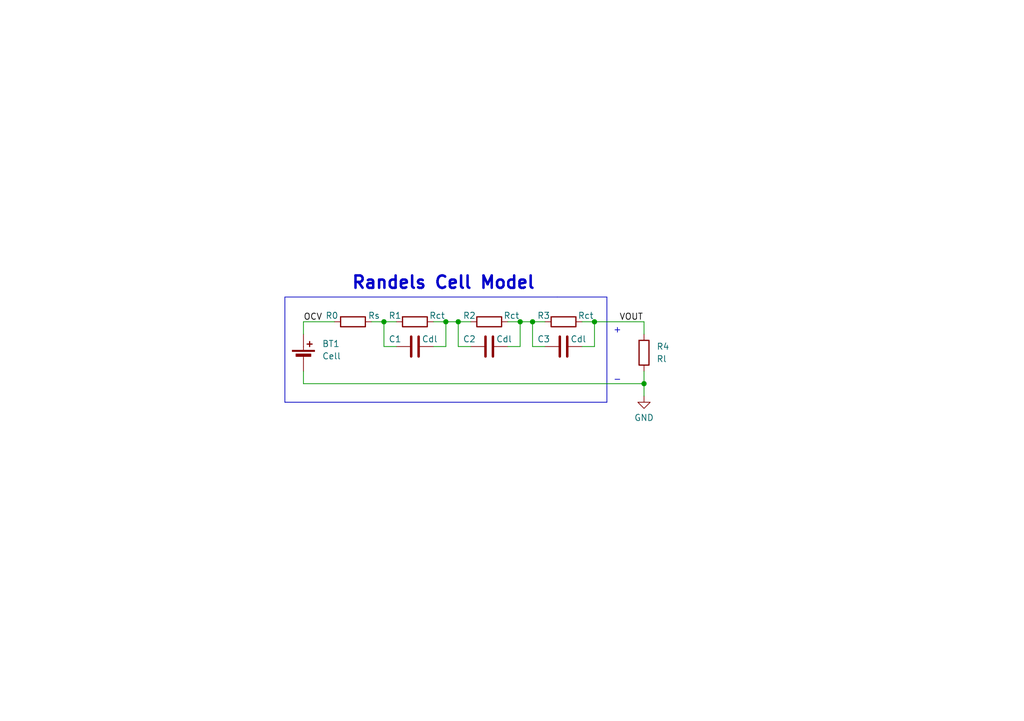
<source format=kicad_sch>
(kicad_sch (version 20231120) (generator "eeschema") (generator_version "8.0")
  (paper "A5")
  (lib_symbols
    (symbol "Device:Battery_Cell" (pin_numbers hide) (pin_names (offset 0) hide)
      (property "Reference" "BT" (at 2.54 2.54 0))
      (property "Value" "Battery_Cell" (at 2.54 0 0))
      (symbol "Battery_Cell_0_1"
        (rectangle (start -2.286 1.778) (end 2.286 1.524) (fill (type outline)))
        (rectangle (start -1.524 1.016) (end 1.524 0.508) (fill (type outline)))
        (polyline (pts (xy 0 0.762) (xy 0 0)))
        (polyline (pts (xy 0 1.778) (xy 0 2.54)))
        (polyline (pts (xy 0.762 3.048) (xy 1.778 3.048)) (stroke (width 0.254)))
        (polyline (pts (xy 1.27 3.556) (xy 1.27 2.54)) (stroke (width 0.254)))
      )
      (symbol "Battery_Cell_1_1"
        (pin passive line (at 0 5.08 270) (length 2.54) (name "+") (number "1"))
        (pin passive line (at 0 -2.54 90) (length 2.54) (name "-") (number "2"))
      )
    )
    (symbol "Device:C" (pin_numbers hide) (pin_names (offset 0.254))
      (property "Reference" "C" (at 0.635 2.54 0))
      (property "Value" "C" (at 0.635 -2.54 0))
      (symbol "C_0_1"
        (polyline (pts (xy -2.032 -0.762) (xy 2.032 -0.762)) (stroke (width 0.508)))
        (polyline (pts (xy -2.032 0.762) (xy 2.032 0.762)) (stroke (width 0.508)))
      )
      (symbol "C_1_1"
        (pin passive line (at 0 3.81 270) (length 2.794) (name "~") (number "1"))
        (pin passive line (at 0 -3.81 90) (length 2.794) (name "~") (number "2"))
      )
    )
    (symbol "Device:R" (pin_numbers hide) (pin_names (offset 0))
      (property "Reference" "R" (at 2.032 0 90))
      (property "Value" "R" (at 0 0 90))
      (symbol "R_0_1"
        (rectangle (start -1.016 -2.54) (end 1.016 2.54) (stroke (width 0.254)))
      )
      (symbol "R_1_1"
        (pin passive line (at 0 3.81 270) (length 1.27) (name "~") (number "1"))
        (pin passive line (at 0 -3.81 90) (length 1.27) (name "~") (number "2"))
      )
    )
    (symbol "power:GND" (power) (pin_names (offset 0))
      (property "Value" "GND" (at 0 -3.81 0))
      (symbol "GND_0_1"
        (polyline (pts (xy 0 0) (xy 0 -1.27) (xy 1.27 -1.27) (xy 0 -2.54) (xy -1.27 -1.27) (xy 0 -1.27)))
      )
      (symbol "GND_1_1"
        (pin power_in line (at 0 0 270) (length 0) hide (name "GND") (number "1"))
      )
    )
  )
  (junction (at 121.92 66.04))
  (junction (at 132.08 78.74))
  (junction (at 106.68 66.04))
  (junction (at 93.98 66.04))
  (junction (at 91.44 66.04))
  (junction (at 109.22 66.04))
  (junction (at 78.74 66.04))
  (polyline (pts (xy 114.3 60.96) (xy 124.46 60.96)))
  (wire (pts (xy 104.14 66.04) (xy 106.68 66.04)))
  (wire (pts (xy 121.92 66.04) (xy 132.08 66.04)))
  (wire (pts (xy 132.08 78.74) (xy 132.08 81.28)))
  (polyline (pts (xy 58.42 60.96) (xy 58.42 82.55)))
  (wire (pts (xy 119.38 66.04) (xy 121.92 66.04)))
  (wire (pts (xy 91.44 71.12) (xy 88.9 71.12)))
  (polyline (pts (xy 114.3 60.96) (xy 58.42 60.96)))
  (wire (pts (xy 76.2 66.04) (xy 78.74 66.04)))
  (wire (pts (xy 132.08 76.2) (xy 132.08 78.74)))
  (polyline (pts (xy 58.42 82.55) (xy 124.46 82.55)))
  (wire (pts (xy 104.14 71.12) (xy 106.68 71.12)))
  (wire (pts (xy 93.98 66.04) (xy 96.52 66.04)))
  (wire (pts (xy 62.23 78.74) (xy 132.08 78.74)))
  (wire (pts (xy 62.23 66.04) (xy 68.58 66.04)))
  (wire (pts (xy 106.68 66.04) (xy 106.68 71.12)))
  (wire (pts (xy 62.23 78.74) (xy 62.23 76.2)))
  (wire (pts (xy 62.23 68.58) (xy 62.23 66.04)))
  (wire (pts (xy 132.08 66.04) (xy 132.08 68.58)))
  (wire (pts (xy 111.76 71.12) (xy 109.22 71.12)))
  (wire (pts (xy 96.52 71.12) (xy 93.98 71.12)))
  (wire (pts (xy 106.68 66.04) (xy 109.22 66.04)))
  (wire (pts (xy 81.28 71.12) (xy 78.74 71.12)))
  (wire (pts (xy 88.9 66.04) (xy 91.44 66.04)))
  (wire (pts (xy 91.44 66.04) (xy 91.44 71.12)))
  (wire (pts (xy 109.22 66.04) (xy 111.76 66.04)))
  (wire (pts (xy 93.98 71.12) (xy 93.98 66.04)))
  (wire (pts (xy 109.22 71.12) (xy 109.22 66.04)))
  (wire (pts (xy 78.74 71.12) (xy 78.74 66.04)))
  (wire (pts (xy 121.92 71.12) (xy 121.92 66.04)))
  (wire (pts (xy 91.44 66.04) (xy 93.98 66.04)))
  (polyline (pts (xy 124.46 82.55) (xy 124.46 60.96)))
  (wire (pts (xy 119.38 71.12) (xy 121.92 71.12)))
  (wire (pts (xy 78.74 66.04) (xy 81.28 66.04)))
  (text "+" (at 125.73 68.58 0) (effects (font (size 1.27 1.27)) (justify left bottom)))
  (text "-\n" (at 125.73 78.74 0) (effects (font (size 1.27 1.27)) (justify left bottom)))
  (text "Randels Cell Model" (at 90.932 58.166 0) (effects (font (size 2.54 2.54) (thickness 0.508) (bold yes))))
  (label "OCV" (at 62.23 66.04 0))
  (label "VOUT" (at 127 66.04 0))
  (symbol (lib_id "Device:R") (at 85.09 66.04 90) (unit 1)
    (property "Reference" "R1" (at 81.026 64.77 90))
    (property "Value" "Rct" (at 89.662 64.77 90))
    (property "Description" "Resistor" (effects (hide yes)))
  )
  (symbol (lib_id "Device:R") (at 72.39 66.04 90) (unit 1)
    (property "Reference" "R0" (at 68.072 64.77 90))
    (property "Value" "Rs" (at 76.708 64.77 90))
    (property "Description" "Resistor" (effects (hide yes)))
  )
  (symbol (lib_id "Device:R") (at 132.08 72.39 0) (unit 1)
    (property "Reference" "R4" (at 134.62 71.1199 0) (effects (justify left)))
    (property "Value" "Rl" (at 134.62 73.6599 0) (effects (justify left)))
    (property "Description" "Resistor" (effects (hide yes)))
  )
  (symbol (lib_id "Device:Battery_Cell") (at 62.23 73.66 0) (unit 1)
    (property "Reference" "BT1" (at 66.04 70.5484 0) (effects (justify left)))
    (property "Value" "Cell" (at 66.04 73.0884 0) (effects (justify left)))
    (property "Description" "Single-cell battery" (effects (hide yes)))
  )
  (symbol (lib_id "Device:C") (at 100.33 71.12 90) (unit 1)
    (property "Reference" "C2" (at 96.266 69.596 90))
    (property "Value" "Cdl" (at 103.378 69.596 90))
    (property "Description" "Unpolarized capacitor" (effects (hide yes)))
  )
  (symbol (lib_id "Device:C") (at 85.09 71.12 90) (unit 1)
    (property "Reference" "C1" (at 81.026 69.596 90))
    (property "Value" "Cdl" (at 88.138 69.596 90))
    (property "Description" "Unpolarized capacitor" (effects (hide yes)))
  )
  (symbol (lib_id "power:GND") (at 132.08 81.28 0) (mirror y) (unit 1)
    (property "Reference" "#PWR02" (effects (hide yes)))
    (property "Value" "GND" (at 132.08 85.725 0))
  )
  (symbol (lib_id "Device:R") (at 115.57 66.04 90) (unit 1)
    (property "Reference" "R3" (at 111.506 64.77 90))
    (property "Value" "Rct" (at 120.142 64.77 90))
    (property "Description" "Resistor" (effects (hide yes)))
  )
  (symbol (lib_id "Device:C") (at 115.57 71.12 90) (unit 1)
    (property "Reference" "C3" (at 111.506 69.596 90))
    (property "Value" "Cdl" (at 118.618 69.596 90))
    (property "Description" "Unpolarized capacitor" (effects (hide yes)))
  )
  (symbol (lib_id "Device:R") (at 100.33 66.04 90) (unit 1)
    (property "Reference" "R2" (at 96.266 64.77 90))
    (property "Value" "Rct" (at 104.902 64.77 90))
    (property "Description" "Resistor" (effects (hide yes)))
  )
)
</source>
